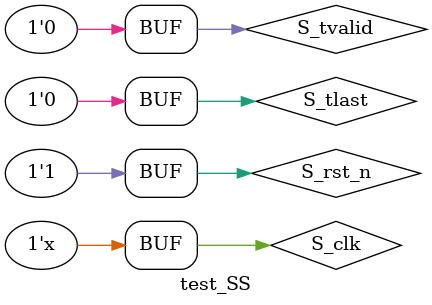
<source format=v>
module test_SS()	;

parameter integer C_DATA_WIDTH       = 512	;
parameter integer DATA_IN_WIDTH	     = 256	;
parameter integer C_SMEM_CALC_NUM    = 512	;
parameter integer C_DATA_COUNT       = 9  	;
parameter integer C_ID_WIDTH         = 10	;


reg 	S_clk								;
reg 	S_rst_n								;
reg 	S_tvalid							;
reg 	S_tlast								;
reg 	[DATA_IN_WIDTH-1:0] S_tdata_in		;

reg 	[C_SMEM_CALC_NUM-1:0] B_busy		;

wire 	S_tready 							;
wire	B_start								;
wire	[C_DATA_WIDTH-1:0]  data_out 		;	
wire	[C_DATA_COUNT-1:0] data_count 		;

reg [9:0] count;	

wire [C_DATA_WIDTH-1:0] data_out3_0;
wire start_out3_0;
wire [C_DATA_WIDTH-1:0] data_out3_1;
wire start_out3_1;
wire [C_DATA_WIDTH-1:0] data_out3_2;
wire start_out3_2;
wire [C_DATA_WIDTH-1:0] data_out3_3;
wire start_out3_3;
wire [C_DATA_WIDTH-1:0] data_out3_4;
wire start_out3_4;
wire [C_DATA_WIDTH-1:0] data_out3_5;
wire start_out3_5;
wire [C_DATA_WIDTH-1:0] data_out3_6;
wire start_out3_6;
wire [C_DATA_WIDTH-1:0] data_out3_7;
wire start_out3_7;
wire [C_DATA_WIDTH-1:0] data_out3_8;
wire start_out3_8;
wire [C_DATA_WIDTH-1:0] data_out3_9;
wire start_out3_9;
wire [C_DATA_WIDTH-1:0] data_out3_10;
wire start_out3_10;
wire [C_DATA_WIDTH-1:0] data_out3_11;
wire start_out3_11;
wire [C_DATA_WIDTH-1:0] data_out3_12;
wire start_out3_12;
wire [C_DATA_WIDTH-1:0] data_out3_13;
wire start_out3_13;
wire [C_DATA_WIDTH-1:0] data_out3_14;
wire start_out3_14;
wire [C_DATA_WIDTH-1:0] data_out3_15;
wire start_out3_15;
wire [C_DATA_WIDTH-1:0] data_out3_16;
wire start_out3_16;
wire [C_DATA_WIDTH-1:0] data_out3_17;
wire start_out3_17;
wire [C_DATA_WIDTH-1:0] data_out3_18;
wire start_out3_18;
wire [C_DATA_WIDTH-1:0] data_out3_19;
wire start_out3_19;
wire [C_DATA_WIDTH-1:0] data_out3_20;
wire start_out3_20;
wire [C_DATA_WIDTH-1:0] data_out3_21;
wire start_out3_21;
wire [C_DATA_WIDTH-1:0] data_out3_22;
wire start_out3_22;
wire [C_DATA_WIDTH-1:0] data_out3_23;
wire start_out3_23;
wire [C_DATA_WIDTH-1:0] data_out3_24;
wire start_out3_24;
wire [C_DATA_WIDTH-1:0] data_out3_25;
wire start_out3_25;
wire [C_DATA_WIDTH-1:0] data_out3_26;
wire start_out3_26;
wire [C_DATA_WIDTH-1:0] data_out3_27;
wire start_out3_27;
wire [C_DATA_WIDTH-1:0] data_out3_28;
wire start_out3_28;
wire [C_DATA_WIDTH-1:0] data_out3_29;
wire start_out3_29;
wire [C_DATA_WIDTH-1:0] data_out3_30;
wire start_out3_30;
wire [C_DATA_WIDTH-1:0] data_out3_31;
wire start_out3_31;
wire [C_DATA_WIDTH-1:0] data_out3_32;
wire start_out3_32;
wire [C_DATA_WIDTH-1:0] data_out3_33;
wire start_out3_33;
wire [C_DATA_WIDTH-1:0] data_out3_34;
wire start_out3_34;
wire [C_DATA_WIDTH-1:0] data_out3_35;
wire start_out3_35;
wire [C_DATA_WIDTH-1:0] data_out3_36;
wire start_out3_36;
wire [C_DATA_WIDTH-1:0] data_out3_37;
wire start_out3_37;
wire [C_DATA_WIDTH-1:0] data_out3_38;
wire start_out3_38;
wire [C_DATA_WIDTH-1:0] data_out3_39;
wire start_out3_39;
wire [C_DATA_WIDTH-1:0] data_out3_40;
wire start_out3_40;
wire [C_DATA_WIDTH-1:0] data_out3_41;
wire start_out3_41;
wire [C_DATA_WIDTH-1:0] data_out3_42;
wire start_out3_42;
wire [C_DATA_WIDTH-1:0] data_out3_43;
wire start_out3_43;
wire [C_DATA_WIDTH-1:0] data_out3_44;
wire start_out3_44;
wire [C_DATA_WIDTH-1:0] data_out3_45;
wire start_out3_45;
wire [C_DATA_WIDTH-1:0] data_out3_46;
wire start_out3_46;
wire [C_DATA_WIDTH-1:0] data_out3_47;
wire start_out3_47;
wire [C_DATA_WIDTH-1:0] data_out3_48;
wire start_out3_48;
wire [C_DATA_WIDTH-1:0] data_out3_49;
wire start_out3_49;
wire [C_DATA_WIDTH-1:0] data_out3_50;
wire start_out3_50;
wire [C_DATA_WIDTH-1:0] data_out3_51;
wire start_out3_51;
wire [C_DATA_WIDTH-1:0] data_out3_52;
wire start_out3_52;
wire [C_DATA_WIDTH-1:0] data_out3_53;
wire start_out3_53;
wire [C_DATA_WIDTH-1:0] data_out3_54;
wire start_out3_54;
wire [C_DATA_WIDTH-1:0] data_out3_55;
wire start_out3_55;
wire [C_DATA_WIDTH-1:0] data_out3_56;
wire start_out3_56;
wire [C_DATA_WIDTH-1:0] data_out3_57;
wire start_out3_57;
wire [C_DATA_WIDTH-1:0] data_out3_58;
wire start_out3_58;
wire [C_DATA_WIDTH-1:0] data_out3_59;
wire start_out3_59;
wire [C_DATA_WIDTH-1:0] data_out3_60;
wire start_out3_60;
wire [C_DATA_WIDTH-1:0] data_out3_61;
wire start_out3_61;
wire [C_DATA_WIDTH-1:0] data_out3_62;
wire start_out3_62;
wire [C_DATA_WIDTH-1:0] data_out3_63;
wire start_out3_63;
wire [C_DATA_WIDTH-1:0] data_out3_64;
wire start_out3_64;
wire [C_DATA_WIDTH-1:0] data_out3_65;
wire start_out3_65;
wire [C_DATA_WIDTH-1:0] data_out3_66;
wire start_out3_66;
wire [C_DATA_WIDTH-1:0] data_out3_67;
wire start_out3_67;
wire [C_DATA_WIDTH-1:0] data_out3_68;
wire start_out3_68;
wire [C_DATA_WIDTH-1:0] data_out3_69;
wire start_out3_69;
wire [C_DATA_WIDTH-1:0] data_out3_70;
wire start_out3_70;
wire [C_DATA_WIDTH-1:0] data_out3_71;
wire start_out3_71;
wire [C_DATA_WIDTH-1:0] data_out3_72;
wire start_out3_72;
wire [C_DATA_WIDTH-1:0] data_out3_73;
wire start_out3_73;
wire [C_DATA_WIDTH-1:0] data_out3_74;
wire start_out3_74;
wire [C_DATA_WIDTH-1:0] data_out3_75;
wire start_out3_75;
wire [C_DATA_WIDTH-1:0] data_out3_76;
wire start_out3_76;
wire [C_DATA_WIDTH-1:0] data_out3_77;
wire start_out3_77;
wire [C_DATA_WIDTH-1:0] data_out3_78;
wire start_out3_78;
wire [C_DATA_WIDTH-1:0] data_out3_79;
wire start_out3_79;
wire [C_DATA_WIDTH-1:0] data_out3_80;
wire start_out3_80;
wire [C_DATA_WIDTH-1:0] data_out3_81;
wire start_out3_81;
wire [C_DATA_WIDTH-1:0] data_out3_82;
wire start_out3_82;
wire [C_DATA_WIDTH-1:0] data_out3_83;
wire start_out3_83;
wire [C_DATA_WIDTH-1:0] data_out3_84;
wire start_out3_84;
wire [C_DATA_WIDTH-1:0] data_out3_85;
wire start_out3_85;
wire [C_DATA_WIDTH-1:0] data_out3_86;
wire start_out3_86;
wire [C_DATA_WIDTH-1:0] data_out3_87;
wire start_out3_87;
wire [C_DATA_WIDTH-1:0] data_out3_88;
wire start_out3_88;
wire [C_DATA_WIDTH-1:0] data_out3_89;
wire start_out3_89;
wire [C_DATA_WIDTH-1:0] data_out3_90;
wire start_out3_90;
wire [C_DATA_WIDTH-1:0] data_out3_91;
wire start_out3_91;
wire [C_DATA_WIDTH-1:0] data_out3_92;
wire start_out3_92;
wire [C_DATA_WIDTH-1:0] data_out3_93;
wire start_out3_93;
wire [C_DATA_WIDTH-1:0] data_out3_94;
wire start_out3_94;
wire [C_DATA_WIDTH-1:0] data_out3_95;
wire start_out3_95;
wire [C_DATA_WIDTH-1:0] data_out3_96;
wire start_out3_96;
wire [C_DATA_WIDTH-1:0] data_out3_97;
wire start_out3_97;
wire [C_DATA_WIDTH-1:0] data_out3_98;
wire start_out3_98;
wire [C_DATA_WIDTH-1:0] data_out3_99;
wire start_out3_99;
wire [C_DATA_WIDTH-1:0] data_out3_100;
wire start_out3_100;
wire [C_DATA_WIDTH-1:0] data_out3_101;
wire start_out3_101;
wire [C_DATA_WIDTH-1:0] data_out3_102;
wire start_out3_102;
wire [C_DATA_WIDTH-1:0] data_out3_103;
wire start_out3_103;
wire [C_DATA_WIDTH-1:0] data_out3_104;
wire start_out3_104;
wire [C_DATA_WIDTH-1:0] data_out3_105;
wire start_out3_105;
wire [C_DATA_WIDTH-1:0] data_out3_106;
wire start_out3_106;
wire [C_DATA_WIDTH-1:0] data_out3_107;
wire start_out3_107;
wire [C_DATA_WIDTH-1:0] data_out3_108;
wire start_out3_108;
wire [C_DATA_WIDTH-1:0] data_out3_109;
wire start_out3_109;
wire [C_DATA_WIDTH-1:0] data_out3_110;
wire start_out3_110;
wire [C_DATA_WIDTH-1:0] data_out3_111;
wire start_out3_111;
wire [C_DATA_WIDTH-1:0] data_out3_112;
wire start_out3_112;
wire [C_DATA_WIDTH-1:0] data_out3_113;
wire start_out3_113;
wire [C_DATA_WIDTH-1:0] data_out3_114;
wire start_out3_114;
wire [C_DATA_WIDTH-1:0] data_out3_115;
wire start_out3_115;
wire [C_DATA_WIDTH-1:0] data_out3_116;
wire start_out3_116;
wire [C_DATA_WIDTH-1:0] data_out3_117;
wire start_out3_117;
wire [C_DATA_WIDTH-1:0] data_out3_118;
wire start_out3_118;
wire [C_DATA_WIDTH-1:0] data_out3_119;
wire start_out3_119;
wire [C_DATA_WIDTH-1:0] data_out3_120;
wire start_out3_120;
wire [C_DATA_WIDTH-1:0] data_out3_121;
wire start_out3_121;
wire [C_DATA_WIDTH-1:0] data_out3_122;
wire start_out3_122;
wire [C_DATA_WIDTH-1:0] data_out3_123;
wire start_out3_123;
wire [C_DATA_WIDTH-1:0] data_out3_124;
wire start_out3_124;
wire [C_DATA_WIDTH-1:0] data_out3_125;
wire start_out3_125;
wire [C_DATA_WIDTH-1:0] data_out3_126;
wire start_out3_126;
wire [C_DATA_WIDTH-1:0] data_out3_127;
wire start_out3_127;
wire [C_DATA_WIDTH-1:0] data_out3_128;
wire start_out3_128;
wire [C_DATA_WIDTH-1:0] data_out3_129;
wire start_out3_129;
wire [C_DATA_WIDTH-1:0] data_out3_130;
wire start_out3_130;
wire [C_DATA_WIDTH-1:0] data_out3_131;
wire start_out3_131;
wire [C_DATA_WIDTH-1:0] data_out3_132;
wire start_out3_132;
wire [C_DATA_WIDTH-1:0] data_out3_133;
wire start_out3_133;
wire [C_DATA_WIDTH-1:0] data_out3_134;
wire start_out3_134;
wire [C_DATA_WIDTH-1:0] data_out3_135;
wire start_out3_135;
wire [C_DATA_WIDTH-1:0] data_out3_136;
wire start_out3_136;
wire [C_DATA_WIDTH-1:0] data_out3_137;
wire start_out3_137;
wire [C_DATA_WIDTH-1:0] data_out3_138;
wire start_out3_138;
wire [C_DATA_WIDTH-1:0] data_out3_139;
wire start_out3_139;
wire [C_DATA_WIDTH-1:0] data_out3_140;
wire start_out3_140;
wire [C_DATA_WIDTH-1:0] data_out3_141;
wire start_out3_141;
wire [C_DATA_WIDTH-1:0] data_out3_142;
wire start_out3_142;
wire [C_DATA_WIDTH-1:0] data_out3_143;
wire start_out3_143;
wire [C_DATA_WIDTH-1:0] data_out3_144;
wire start_out3_144;
wire [C_DATA_WIDTH-1:0] data_out3_145;
wire start_out3_145;
wire [C_DATA_WIDTH-1:0] data_out3_146;
wire start_out3_146;
wire [C_DATA_WIDTH-1:0] data_out3_147;
wire start_out3_147;
wire [C_DATA_WIDTH-1:0] data_out3_148;
wire start_out3_148;
wire [C_DATA_WIDTH-1:0] data_out3_149;
wire start_out3_149;
wire [C_DATA_WIDTH-1:0] data_out3_150;
wire start_out3_150;
wire [C_DATA_WIDTH-1:0] data_out3_151;
wire start_out3_151;
wire [C_DATA_WIDTH-1:0] data_out3_152;
wire start_out3_152;
wire [C_DATA_WIDTH-1:0] data_out3_153;
wire start_out3_153;
wire [C_DATA_WIDTH-1:0] data_out3_154;
wire start_out3_154;
wire [C_DATA_WIDTH-1:0] data_out3_155;
wire start_out3_155;
wire [C_DATA_WIDTH-1:0] data_out3_156;
wire start_out3_156;
wire [C_DATA_WIDTH-1:0] data_out3_157;
wire start_out3_157;
wire [C_DATA_WIDTH-1:0] data_out3_158;
wire start_out3_158;
wire [C_DATA_WIDTH-1:0] data_out3_159;
wire start_out3_159;
wire [C_DATA_WIDTH-1:0] data_out3_160;
wire start_out3_160;
wire [C_DATA_WIDTH-1:0] data_out3_161;
wire start_out3_161;
wire [C_DATA_WIDTH-1:0] data_out3_162;
wire start_out3_162;
wire [C_DATA_WIDTH-1:0] data_out3_163;
wire start_out3_163;
wire [C_DATA_WIDTH-1:0] data_out3_164;
wire start_out3_164;
wire [C_DATA_WIDTH-1:0] data_out3_165;
wire start_out3_165;
wire [C_DATA_WIDTH-1:0] data_out3_166;
wire start_out3_166;
wire [C_DATA_WIDTH-1:0] data_out3_167;
wire start_out3_167;
wire [C_DATA_WIDTH-1:0] data_out3_168;
wire start_out3_168;
wire [C_DATA_WIDTH-1:0] data_out3_169;
wire start_out3_169;
wire [C_DATA_WIDTH-1:0] data_out3_170;
wire start_out3_170;
wire [C_DATA_WIDTH-1:0] data_out3_171;
wire start_out3_171;
wire [C_DATA_WIDTH-1:0] data_out3_172;
wire start_out3_172;
wire [C_DATA_WIDTH-1:0] data_out3_173;
wire start_out3_173;
wire [C_DATA_WIDTH-1:0] data_out3_174;
wire start_out3_174;
wire [C_DATA_WIDTH-1:0] data_out3_175;
wire start_out3_175;
wire [C_DATA_WIDTH-1:0] data_out3_176;
wire start_out3_176;
wire [C_DATA_WIDTH-1:0] data_out3_177;
wire start_out3_177;
wire [C_DATA_WIDTH-1:0] data_out3_178;
wire start_out3_178;
wire [C_DATA_WIDTH-1:0] data_out3_179;
wire start_out3_179;
wire [C_DATA_WIDTH-1:0] data_out3_180;
wire start_out3_180;
wire [C_DATA_WIDTH-1:0] data_out3_181;
wire start_out3_181;
wire [C_DATA_WIDTH-1:0] data_out3_182;
wire start_out3_182;
wire [C_DATA_WIDTH-1:0] data_out3_183;
wire start_out3_183;
wire [C_DATA_WIDTH-1:0] data_out3_184;
wire start_out3_184;
wire [C_DATA_WIDTH-1:0] data_out3_185;
wire start_out3_185;
wire [C_DATA_WIDTH-1:0] data_out3_186;
wire start_out3_186;
wire [C_DATA_WIDTH-1:0] data_out3_187;
wire start_out3_187;
wire [C_DATA_WIDTH-1:0] data_out3_188;
wire start_out3_188;
wire [C_DATA_WIDTH-1:0] data_out3_189;
wire start_out3_189;
wire [C_DATA_WIDTH-1:0] data_out3_190;
wire start_out3_190;
wire [C_DATA_WIDTH-1:0] data_out3_191;
wire start_out3_191;
wire [C_DATA_WIDTH-1:0] data_out3_192;
wire start_out3_192;
wire [C_DATA_WIDTH-1:0] data_out3_193;
wire start_out3_193;
wire [C_DATA_WIDTH-1:0] data_out3_194;
wire start_out3_194;
wire [C_DATA_WIDTH-1:0] data_out3_195;
wire start_out3_195;
wire [C_DATA_WIDTH-1:0] data_out3_196;
wire start_out3_196;
wire [C_DATA_WIDTH-1:0] data_out3_197;
wire start_out3_197;
wire [C_DATA_WIDTH-1:0] data_out3_198;
wire start_out3_198;
wire [C_DATA_WIDTH-1:0] data_out3_199;
wire start_out3_199;
wire [C_DATA_WIDTH-1:0] data_out3_200;
wire start_out3_200;
wire [C_DATA_WIDTH-1:0] data_out3_201;
wire start_out3_201;
wire [C_DATA_WIDTH-1:0] data_out3_202;
wire start_out3_202;
wire [C_DATA_WIDTH-1:0] data_out3_203;
wire start_out3_203;
wire [C_DATA_WIDTH-1:0] data_out3_204;
wire start_out3_204;
wire [C_DATA_WIDTH-1:0] data_out3_205;
wire start_out3_205;
wire [C_DATA_WIDTH-1:0] data_out3_206;
wire start_out3_206;
wire [C_DATA_WIDTH-1:0] data_out3_207;
wire start_out3_207;
wire [C_DATA_WIDTH-1:0] data_out3_208;
wire start_out3_208;
wire [C_DATA_WIDTH-1:0] data_out3_209;
wire start_out3_209;
wire [C_DATA_WIDTH-1:0] data_out3_210;
wire start_out3_210;
wire [C_DATA_WIDTH-1:0] data_out3_211;
wire start_out3_211;
wire [C_DATA_WIDTH-1:0] data_out3_212;
wire start_out3_212;
wire [C_DATA_WIDTH-1:0] data_out3_213;
wire start_out3_213;
wire [C_DATA_WIDTH-1:0] data_out3_214;
wire start_out3_214;
wire [C_DATA_WIDTH-1:0] data_out3_215;
wire start_out3_215;
wire [C_DATA_WIDTH-1:0] data_out3_216;
wire start_out3_216;
wire [C_DATA_WIDTH-1:0] data_out3_217;
wire start_out3_217;
wire [C_DATA_WIDTH-1:0] data_out3_218;
wire start_out3_218;
wire [C_DATA_WIDTH-1:0] data_out3_219;
wire start_out3_219;
wire [C_DATA_WIDTH-1:0] data_out3_220;
wire start_out3_220;
wire [C_DATA_WIDTH-1:0] data_out3_221;
wire start_out3_221;
wire [C_DATA_WIDTH-1:0] data_out3_222;
wire start_out3_222;
wire [C_DATA_WIDTH-1:0] data_out3_223;
wire start_out3_223;
wire [C_DATA_WIDTH-1:0] data_out3_224;
wire start_out3_224;
wire [C_DATA_WIDTH-1:0] data_out3_225;
wire start_out3_225;
wire [C_DATA_WIDTH-1:0] data_out3_226;
wire start_out3_226;
wire [C_DATA_WIDTH-1:0] data_out3_227;
wire start_out3_227;
wire [C_DATA_WIDTH-1:0] data_out3_228;
wire start_out3_228;
wire [C_DATA_WIDTH-1:0] data_out3_229;
wire start_out3_229;
wire [C_DATA_WIDTH-1:0] data_out3_230;
wire start_out3_230;
wire [C_DATA_WIDTH-1:0] data_out3_231;
wire start_out3_231;
wire [C_DATA_WIDTH-1:0] data_out3_232;
wire start_out3_232;
wire [C_DATA_WIDTH-1:0] data_out3_233;
wire start_out3_233;
wire [C_DATA_WIDTH-1:0] data_out3_234;
wire start_out3_234;
wire [C_DATA_WIDTH-1:0] data_out3_235;
wire start_out3_235;
wire [C_DATA_WIDTH-1:0] data_out3_236;
wire start_out3_236;
wire [C_DATA_WIDTH-1:0] data_out3_237;
wire start_out3_237;
wire [C_DATA_WIDTH-1:0] data_out3_238;
wire start_out3_238;
wire [C_DATA_WIDTH-1:0] data_out3_239;
wire start_out3_239;
wire [C_DATA_WIDTH-1:0] data_out3_240;
wire start_out3_240;
wire [C_DATA_WIDTH-1:0] data_out3_241;
wire start_out3_241;
wire [C_DATA_WIDTH-1:0] data_out3_242;
wire start_out3_242;
wire [C_DATA_WIDTH-1:0] data_out3_243;
wire start_out3_243;
wire [C_DATA_WIDTH-1:0] data_out3_244;
wire start_out3_244;
wire [C_DATA_WIDTH-1:0] data_out3_245;
wire start_out3_245;
wire [C_DATA_WIDTH-1:0] data_out3_246;
wire start_out3_246;
wire [C_DATA_WIDTH-1:0] data_out3_247;
wire start_out3_247;
wire [C_DATA_WIDTH-1:0] data_out3_248;
wire start_out3_248;
wire [C_DATA_WIDTH-1:0] data_out3_249;
wire start_out3_249;
wire [C_DATA_WIDTH-1:0] data_out3_250;
wire start_out3_250;
wire [C_DATA_WIDTH-1:0] data_out3_251;
wire start_out3_251;
wire [C_DATA_WIDTH-1:0] data_out3_252;
wire start_out3_252;
wire [C_DATA_WIDTH-1:0] data_out3_253;
wire start_out3_253;
wire [C_DATA_WIDTH-1:0] data_out3_254;
wire start_out3_254;
wire [C_DATA_WIDTH-1:0] data_out3_255;
wire start_out3_255;
wire [C_DATA_WIDTH-1:0] data_out3_256;
wire start_out3_256;
wire [C_DATA_WIDTH-1:0] data_out3_257;
wire start_out3_257;
wire [C_DATA_WIDTH-1:0] data_out3_258;
wire start_out3_258;
wire [C_DATA_WIDTH-1:0] data_out3_259;
wire start_out3_259;
wire [C_DATA_WIDTH-1:0] data_out3_260;
wire start_out3_260;
wire [C_DATA_WIDTH-1:0] data_out3_261;
wire start_out3_261;
wire [C_DATA_WIDTH-1:0] data_out3_262;
wire start_out3_262;
wire [C_DATA_WIDTH-1:0] data_out3_263;
wire start_out3_263;
wire [C_DATA_WIDTH-1:0] data_out3_264;
wire start_out3_264;
wire [C_DATA_WIDTH-1:0] data_out3_265;
wire start_out3_265;
wire [C_DATA_WIDTH-1:0] data_out3_266;
wire start_out3_266;
wire [C_DATA_WIDTH-1:0] data_out3_267;
wire start_out3_267;
wire [C_DATA_WIDTH-1:0] data_out3_268;
wire start_out3_268;
wire [C_DATA_WIDTH-1:0] data_out3_269;
wire start_out3_269;
wire [C_DATA_WIDTH-1:0] data_out3_270;
wire start_out3_270;
wire [C_DATA_WIDTH-1:0] data_out3_271;
wire start_out3_271;
wire [C_DATA_WIDTH-1:0] data_out3_272;
wire start_out3_272;
wire [C_DATA_WIDTH-1:0] data_out3_273;
wire start_out3_273;
wire [C_DATA_WIDTH-1:0] data_out3_274;
wire start_out3_274;
wire [C_DATA_WIDTH-1:0] data_out3_275;
wire start_out3_275;
wire [C_DATA_WIDTH-1:0] data_out3_276;
wire start_out3_276;
wire [C_DATA_WIDTH-1:0] data_out3_277;
wire start_out3_277;
wire [C_DATA_WIDTH-1:0] data_out3_278;
wire start_out3_278;
wire [C_DATA_WIDTH-1:0] data_out3_279;
wire start_out3_279;
wire [C_DATA_WIDTH-1:0] data_out3_280;
wire start_out3_280;
wire [C_DATA_WIDTH-1:0] data_out3_281;
wire start_out3_281;
wire [C_DATA_WIDTH-1:0] data_out3_282;
wire start_out3_282;
wire [C_DATA_WIDTH-1:0] data_out3_283;
wire start_out3_283;
wire [C_DATA_WIDTH-1:0] data_out3_284;
wire start_out3_284;
wire [C_DATA_WIDTH-1:0] data_out3_285;
wire start_out3_285;
wire [C_DATA_WIDTH-1:0] data_out3_286;
wire start_out3_286;
wire [C_DATA_WIDTH-1:0] data_out3_287;
wire start_out3_287;
wire [C_DATA_WIDTH-1:0] data_out3_288;
wire start_out3_288;
wire [C_DATA_WIDTH-1:0] data_out3_289;
wire start_out3_289;
wire [C_DATA_WIDTH-1:0] data_out3_290;
wire start_out3_290;
wire [C_DATA_WIDTH-1:0] data_out3_291;
wire start_out3_291;
wire [C_DATA_WIDTH-1:0] data_out3_292;
wire start_out3_292;
wire [C_DATA_WIDTH-1:0] data_out3_293;
wire start_out3_293;
wire [C_DATA_WIDTH-1:0] data_out3_294;
wire start_out3_294;
wire [C_DATA_WIDTH-1:0] data_out3_295;
wire start_out3_295;
wire [C_DATA_WIDTH-1:0] data_out3_296;
wire start_out3_296;
wire [C_DATA_WIDTH-1:0] data_out3_297;
wire start_out3_297;
wire [C_DATA_WIDTH-1:0] data_out3_298;
wire start_out3_298;
wire [C_DATA_WIDTH-1:0] data_out3_299;
wire start_out3_299;
wire [C_DATA_WIDTH-1:0] data_out3_300;
wire start_out3_300;
wire [C_DATA_WIDTH-1:0] data_out3_301;
wire start_out3_301;
wire [C_DATA_WIDTH-1:0] data_out3_302;
wire start_out3_302;
wire [C_DATA_WIDTH-1:0] data_out3_303;
wire start_out3_303;
wire [C_DATA_WIDTH-1:0] data_out3_304;
wire start_out3_304;
wire [C_DATA_WIDTH-1:0] data_out3_305;
wire start_out3_305;
wire [C_DATA_WIDTH-1:0] data_out3_306;
wire start_out3_306;
wire [C_DATA_WIDTH-1:0] data_out3_307;
wire start_out3_307;
wire [C_DATA_WIDTH-1:0] data_out3_308;
wire start_out3_308;
wire [C_DATA_WIDTH-1:0] data_out3_309;
wire start_out3_309;
wire [C_DATA_WIDTH-1:0] data_out3_310;
wire start_out3_310;
wire [C_DATA_WIDTH-1:0] data_out3_311;
wire start_out3_311;
wire [C_DATA_WIDTH-1:0] data_out3_312;
wire start_out3_312;
wire [C_DATA_WIDTH-1:0] data_out3_313;
wire start_out3_313;
wire [C_DATA_WIDTH-1:0] data_out3_314;
wire start_out3_314;
wire [C_DATA_WIDTH-1:0] data_out3_315;
wire start_out3_315;
wire [C_DATA_WIDTH-1:0] data_out3_316;
wire start_out3_316;
wire [C_DATA_WIDTH-1:0] data_out3_317;
wire start_out3_317;
wire [C_DATA_WIDTH-1:0] data_out3_318;
wire start_out3_318;
wire [C_DATA_WIDTH-1:0] data_out3_319;
wire start_out3_319;
wire [C_DATA_WIDTH-1:0] data_out3_320;
wire start_out3_320;
wire [C_DATA_WIDTH-1:0] data_out3_321;
wire start_out3_321;
wire [C_DATA_WIDTH-1:0] data_out3_322;
wire start_out3_322;
wire [C_DATA_WIDTH-1:0] data_out3_323;
wire start_out3_323;
wire [C_DATA_WIDTH-1:0] data_out3_324;
wire start_out3_324;
wire [C_DATA_WIDTH-1:0] data_out3_325;
wire start_out3_325;
wire [C_DATA_WIDTH-1:0] data_out3_326;
wire start_out3_326;
wire [C_DATA_WIDTH-1:0] data_out3_327;
wire start_out3_327;
wire [C_DATA_WIDTH-1:0] data_out3_328;
wire start_out3_328;
wire [C_DATA_WIDTH-1:0] data_out3_329;
wire start_out3_329;
wire [C_DATA_WIDTH-1:0] data_out3_330;
wire start_out3_330;
wire [C_DATA_WIDTH-1:0] data_out3_331;
wire start_out3_331;
wire [C_DATA_WIDTH-1:0] data_out3_332;
wire start_out3_332;
wire [C_DATA_WIDTH-1:0] data_out3_333;
wire start_out3_333;
wire [C_DATA_WIDTH-1:0] data_out3_334;
wire start_out3_334;
wire [C_DATA_WIDTH-1:0] data_out3_335;
wire start_out3_335;
wire [C_DATA_WIDTH-1:0] data_out3_336;
wire start_out3_336;
wire [C_DATA_WIDTH-1:0] data_out3_337;
wire start_out3_337;
wire [C_DATA_WIDTH-1:0] data_out3_338;
wire start_out3_338;
wire [C_DATA_WIDTH-1:0] data_out3_339;
wire start_out3_339;
wire [C_DATA_WIDTH-1:0] data_out3_340;
wire start_out3_340;
wire [C_DATA_WIDTH-1:0] data_out3_341;
wire start_out3_341;
wire [C_DATA_WIDTH-1:0] data_out3_342;
wire start_out3_342;
wire [C_DATA_WIDTH-1:0] data_out3_343;
wire start_out3_343;
wire [C_DATA_WIDTH-1:0] data_out3_344;
wire start_out3_344;
wire [C_DATA_WIDTH-1:0] data_out3_345;
wire start_out3_345;
wire [C_DATA_WIDTH-1:0] data_out3_346;
wire start_out3_346;
wire [C_DATA_WIDTH-1:0] data_out3_347;
wire start_out3_347;
wire [C_DATA_WIDTH-1:0] data_out3_348;
wire start_out3_348;
wire [C_DATA_WIDTH-1:0] data_out3_349;
wire start_out3_349;
wire [C_DATA_WIDTH-1:0] data_out3_350;
wire start_out3_350;
wire [C_DATA_WIDTH-1:0] data_out3_351;
wire start_out3_351;
wire [C_DATA_WIDTH-1:0] data_out3_352;
wire start_out3_352;
wire [C_DATA_WIDTH-1:0] data_out3_353;
wire start_out3_353;
wire [C_DATA_WIDTH-1:0] data_out3_354;
wire start_out3_354;
wire [C_DATA_WIDTH-1:0] data_out3_355;
wire start_out3_355;
wire [C_DATA_WIDTH-1:0] data_out3_356;
wire start_out3_356;
wire [C_DATA_WIDTH-1:0] data_out3_357;
wire start_out3_357;
wire [C_DATA_WIDTH-1:0] data_out3_358;
wire start_out3_358;
wire [C_DATA_WIDTH-1:0] data_out3_359;
wire start_out3_359;
wire [C_DATA_WIDTH-1:0] data_out3_360;
wire start_out3_360;
wire [C_DATA_WIDTH-1:0] data_out3_361;
wire start_out3_361;
wire [C_DATA_WIDTH-1:0] data_out3_362;
wire start_out3_362;
wire [C_DATA_WIDTH-1:0] data_out3_363;
wire start_out3_363;
wire [C_DATA_WIDTH-1:0] data_out3_364;
wire start_out3_364;
wire [C_DATA_WIDTH-1:0] data_out3_365;
wire start_out3_365;
wire [C_DATA_WIDTH-1:0] data_out3_366;
wire start_out3_366;
wire [C_DATA_WIDTH-1:0] data_out3_367;
wire start_out3_367;
wire [C_DATA_WIDTH-1:0] data_out3_368;
wire start_out3_368;
wire [C_DATA_WIDTH-1:0] data_out3_369;
wire start_out3_369;
wire [C_DATA_WIDTH-1:0] data_out3_370;
wire start_out3_370;
wire [C_DATA_WIDTH-1:0] data_out3_371;
wire start_out3_371;
wire [C_DATA_WIDTH-1:0] data_out3_372;
wire start_out3_372;
wire [C_DATA_WIDTH-1:0] data_out3_373;
wire start_out3_373;
wire [C_DATA_WIDTH-1:0] data_out3_374;
wire start_out3_374;
wire [C_DATA_WIDTH-1:0] data_out3_375;
wire start_out3_375;
wire [C_DATA_WIDTH-1:0] data_out3_376;
wire start_out3_376;
wire [C_DATA_WIDTH-1:0] data_out3_377;
wire start_out3_377;
wire [C_DATA_WIDTH-1:0] data_out3_378;
wire start_out3_378;
wire [C_DATA_WIDTH-1:0] data_out3_379;
wire start_out3_379;
wire [C_DATA_WIDTH-1:0] data_out3_380;
wire start_out3_380;
wire [C_DATA_WIDTH-1:0] data_out3_381;
wire start_out3_381;
wire [C_DATA_WIDTH-1:0] data_out3_382;
wire start_out3_382;
wire [C_DATA_WIDTH-1:0] data_out3_383;
wire start_out3_383;
wire [C_DATA_WIDTH-1:0] data_out3_384;
wire start_out3_384;
wire [C_DATA_WIDTH-1:0] data_out3_385;
wire start_out3_385;
wire [C_DATA_WIDTH-1:0] data_out3_386;
wire start_out3_386;
wire [C_DATA_WIDTH-1:0] data_out3_387;
wire start_out3_387;
wire [C_DATA_WIDTH-1:0] data_out3_388;
wire start_out3_388;
wire [C_DATA_WIDTH-1:0] data_out3_389;
wire start_out3_389;
wire [C_DATA_WIDTH-1:0] data_out3_390;
wire start_out3_390;
wire [C_DATA_WIDTH-1:0] data_out3_391;
wire start_out3_391;
wire [C_DATA_WIDTH-1:0] data_out3_392;
wire start_out3_392;
wire [C_DATA_WIDTH-1:0] data_out3_393;
wire start_out3_393;
wire [C_DATA_WIDTH-1:0] data_out3_394;
wire start_out3_394;
wire [C_DATA_WIDTH-1:0] data_out3_395;
wire start_out3_395;
wire [C_DATA_WIDTH-1:0] data_out3_396;
wire start_out3_396;
wire [C_DATA_WIDTH-1:0] data_out3_397;
wire start_out3_397;
wire [C_DATA_WIDTH-1:0] data_out3_398;
wire start_out3_398;
wire [C_DATA_WIDTH-1:0] data_out3_399;
wire start_out3_399;
wire [C_DATA_WIDTH-1:0] data_out3_400;
wire start_out3_400;
wire [C_DATA_WIDTH-1:0] data_out3_401;
wire start_out3_401;
wire [C_DATA_WIDTH-1:0] data_out3_402;
wire start_out3_402;
wire [C_DATA_WIDTH-1:0] data_out3_403;
wire start_out3_403;
wire [C_DATA_WIDTH-1:0] data_out3_404;
wire start_out3_404;
wire [C_DATA_WIDTH-1:0] data_out3_405;
wire start_out3_405;
wire [C_DATA_WIDTH-1:0] data_out3_406;
wire start_out3_406;
wire [C_DATA_WIDTH-1:0] data_out3_407;
wire start_out3_407;
wire [C_DATA_WIDTH-1:0] data_out3_408;
wire start_out3_408;
wire [C_DATA_WIDTH-1:0] data_out3_409;
wire start_out3_409;
wire [C_DATA_WIDTH-1:0] data_out3_410;
wire start_out3_410;
wire [C_DATA_WIDTH-1:0] data_out3_411;
wire start_out3_411;
wire [C_DATA_WIDTH-1:0] data_out3_412;
wire start_out3_412;
wire [C_DATA_WIDTH-1:0] data_out3_413;
wire start_out3_413;
wire [C_DATA_WIDTH-1:0] data_out3_414;
wire start_out3_414;
wire [C_DATA_WIDTH-1:0] data_out3_415;
wire start_out3_415;
wire [C_DATA_WIDTH-1:0] data_out3_416;
wire start_out3_416;
wire [C_DATA_WIDTH-1:0] data_out3_417;
wire start_out3_417;
wire [C_DATA_WIDTH-1:0] data_out3_418;
wire start_out3_418;
wire [C_DATA_WIDTH-1:0] data_out3_419;
wire start_out3_419;
wire [C_DATA_WIDTH-1:0] data_out3_420;
wire start_out3_420;
wire [C_DATA_WIDTH-1:0] data_out3_421;
wire start_out3_421;
wire [C_DATA_WIDTH-1:0] data_out3_422;
wire start_out3_422;
wire [C_DATA_WIDTH-1:0] data_out3_423;
wire start_out3_423;
wire [C_DATA_WIDTH-1:0] data_out3_424;
wire start_out3_424;
wire [C_DATA_WIDTH-1:0] data_out3_425;
wire start_out3_425;
wire [C_DATA_WIDTH-1:0] data_out3_426;
wire start_out3_426;
wire [C_DATA_WIDTH-1:0] data_out3_427;
wire start_out3_427;
wire [C_DATA_WIDTH-1:0] data_out3_428;
wire start_out3_428;
wire [C_DATA_WIDTH-1:0] data_out3_429;
wire start_out3_429;
wire [C_DATA_WIDTH-1:0] data_out3_430;
wire start_out3_430;
wire [C_DATA_WIDTH-1:0] data_out3_431;
wire start_out3_431;
wire [C_DATA_WIDTH-1:0] data_out3_432;
wire start_out3_432;
wire [C_DATA_WIDTH-1:0] data_out3_433;
wire start_out3_433;
wire [C_DATA_WIDTH-1:0] data_out3_434;
wire start_out3_434;
wire [C_DATA_WIDTH-1:0] data_out3_435;
wire start_out3_435;
wire [C_DATA_WIDTH-1:0] data_out3_436;
wire start_out3_436;
wire [C_DATA_WIDTH-1:0] data_out3_437;
wire start_out3_437;
wire [C_DATA_WIDTH-1:0] data_out3_438;
wire start_out3_438;
wire [C_DATA_WIDTH-1:0] data_out3_439;
wire start_out3_439;
wire [C_DATA_WIDTH-1:0] data_out3_440;
wire start_out3_440;
wire [C_DATA_WIDTH-1:0] data_out3_441;
wire start_out3_441;
wire [C_DATA_WIDTH-1:0] data_out3_442;
wire start_out3_442;
wire [C_DATA_WIDTH-1:0] data_out3_443;
wire start_out3_443;
wire [C_DATA_WIDTH-1:0] data_out3_444;
wire start_out3_444;
wire [C_DATA_WIDTH-1:0] data_out3_445;
wire start_out3_445;
wire [C_DATA_WIDTH-1:0] data_out3_446;
wire start_out3_446;
wire [C_DATA_WIDTH-1:0] data_out3_447;
wire start_out3_447;
wire [C_DATA_WIDTH-1:0] data_out3_448;
wire start_out3_448;
wire [C_DATA_WIDTH-1:0] data_out3_449;
wire start_out3_449;
wire [C_DATA_WIDTH-1:0] data_out3_450;
wire start_out3_450;
wire [C_DATA_WIDTH-1:0] data_out3_451;
wire start_out3_451;
wire [C_DATA_WIDTH-1:0] data_out3_452;
wire start_out3_452;
wire [C_DATA_WIDTH-1:0] data_out3_453;
wire start_out3_453;
wire [C_DATA_WIDTH-1:0] data_out3_454;
wire start_out3_454;
wire [C_DATA_WIDTH-1:0] data_out3_455;
wire start_out3_455;
wire [C_DATA_WIDTH-1:0] data_out3_456;
wire start_out3_456;
wire [C_DATA_WIDTH-1:0] data_out3_457;
wire start_out3_457;
wire [C_DATA_WIDTH-1:0] data_out3_458;
wire start_out3_458;
wire [C_DATA_WIDTH-1:0] data_out3_459;
wire start_out3_459;
wire [C_DATA_WIDTH-1:0] data_out3_460;
wire start_out3_460;
wire [C_DATA_WIDTH-1:0] data_out3_461;
wire start_out3_461;
wire [C_DATA_WIDTH-1:0] data_out3_462;
wire start_out3_462;
wire [C_DATA_WIDTH-1:0] data_out3_463;
wire start_out3_463;
wire [C_DATA_WIDTH-1:0] data_out3_464;
wire start_out3_464;
wire [C_DATA_WIDTH-1:0] data_out3_465;
wire start_out3_465;
wire [C_DATA_WIDTH-1:0] data_out3_466;
wire start_out3_466;
wire [C_DATA_WIDTH-1:0] data_out3_467;
wire start_out3_467;
wire [C_DATA_WIDTH-1:0] data_out3_468;
wire start_out3_468;
wire [C_DATA_WIDTH-1:0] data_out3_469;
wire start_out3_469;
wire [C_DATA_WIDTH-1:0] data_out3_470;
wire start_out3_470;
wire [C_DATA_WIDTH-1:0] data_out3_471;
wire start_out3_471;
wire [C_DATA_WIDTH-1:0] data_out3_472;
wire start_out3_472;
wire [C_DATA_WIDTH-1:0] data_out3_473;
wire start_out3_473;
wire [C_DATA_WIDTH-1:0] data_out3_474;
wire start_out3_474;
wire [C_DATA_WIDTH-1:0] data_out3_475;
wire start_out3_475;
wire [C_DATA_WIDTH-1:0] data_out3_476;
wire start_out3_476;
wire [C_DATA_WIDTH-1:0] data_out3_477;
wire start_out3_477;
wire [C_DATA_WIDTH-1:0] data_out3_478;
wire start_out3_478;
wire [C_DATA_WIDTH-1:0] data_out3_479;
wire start_out3_479;
wire [C_DATA_WIDTH-1:0] data_out3_480;
wire start_out3_480;
wire [C_DATA_WIDTH-1:0] data_out3_481;
wire start_out3_481;
wire [C_DATA_WIDTH-1:0] data_out3_482;
wire start_out3_482;
wire [C_DATA_WIDTH-1:0] data_out3_483;
wire start_out3_483;
wire [C_DATA_WIDTH-1:0] data_out3_484;
wire start_out3_484;
wire [C_DATA_WIDTH-1:0] data_out3_485;
wire start_out3_485;
wire [C_DATA_WIDTH-1:0] data_out3_486;
wire start_out3_486;
wire [C_DATA_WIDTH-1:0] data_out3_487;
wire start_out3_487;
wire [C_DATA_WIDTH-1:0] data_out3_488;
wire start_out3_488;
wire [C_DATA_WIDTH-1:0] data_out3_489;
wire start_out3_489;
wire [C_DATA_WIDTH-1:0] data_out3_490;
wire start_out3_490;
wire [C_DATA_WIDTH-1:0] data_out3_491;
wire start_out3_491;
wire [C_DATA_WIDTH-1:0] data_out3_492;
wire start_out3_492;
wire [C_DATA_WIDTH-1:0] data_out3_493;
wire start_out3_493;
wire [C_DATA_WIDTH-1:0] data_out3_494;
wire start_out3_494;
wire [C_DATA_WIDTH-1:0] data_out3_495;
wire start_out3_495;
wire [C_DATA_WIDTH-1:0] data_out3_496;
wire start_out3_496;
wire [C_DATA_WIDTH-1:0] data_out3_497;
wire start_out3_497;
wire [C_DATA_WIDTH-1:0] data_out3_498;
wire start_out3_498;
wire [C_DATA_WIDTH-1:0] data_out3_499;
wire start_out3_499;
wire [C_DATA_WIDTH-1:0] data_out3_500;
wire start_out3_500;
wire [C_DATA_WIDTH-1:0] data_out3_501;
wire start_out3_501;
wire [C_DATA_WIDTH-1:0] data_out3_502;
wire start_out3_502;
wire [C_DATA_WIDTH-1:0] data_out3_503;
wire start_out3_503;
wire [C_DATA_WIDTH-1:0] data_out3_504;
wire start_out3_504;
wire [C_DATA_WIDTH-1:0] data_out3_505;
wire start_out3_505;
wire [C_DATA_WIDTH-1:0] data_out3_506;
wire start_out3_506;
wire [C_DATA_WIDTH-1:0] data_out3_507;
wire start_out3_507;
wire [C_DATA_WIDTH-1:0] data_out3_508;
wire start_out3_508;
wire [C_DATA_WIDTH-1:0] data_out3_509;
wire start_out3_509;
wire [C_DATA_WIDTH-1:0] data_out3_510;
wire start_out3_510;
wire [C_DATA_WIDTH-1:0] data_out3_511;
wire start_out3_511;

initial begin
	S_clk <= 1'b0;
	S_rst_n <= 1'b0;
	S_tlast <= 1'b0;

	#25 
	S_rst_n <= 1'b1;
	S_tvalid <= 1'b1;

	#200
	S_tvalid <= 1'b0;


end

always begin
	#5 S_clk = ~S_clk;
end

always @(posedge S_clk or negedge S_rst_n) begin
	if (!S_rst_n) begin
		count <= 0;
		
	end
	else if (count == 20) begin
		count <= 10'b0;
	end
	else
	    count <= count + 1'b1;
end

always @(posedge S_clk or negedge S_rst_n) begin
	if (!S_rst_n) begin
		B_busy <= 512'b1;		
	end	
	else if (count == 20) begin
		B_busy = B_busy << 1;
	end
	else
	    B_busy <= B_busy;
end

always @(posedge S_clk or  negedge S_rst_n) begin
	if (!S_rst_n) begin
		// reset
		S_tdata_in <= 256'd0;		
	end
	else if (S_tdata_in == 256'd 1024) begin
		S_tdata_in <= 256'd0;
	end
	else begin
		S_tdata_in <= S_tdata_in + 1'b1;
	end
end


save_send save_send_0(

.S_clk     (S_clk)        ,
.S_rst_n   (S_rst_n)      ,
.S_tvalid  (S_tvalid)     ,
.S_tready  (S_tready)     ,
.S_tlast   (S_tlast)      ,
.B_busy    (B_busy)       , 
.data_count(data_count)   ,
.S_tdata    (S_tdata_in)  ,

.data_out3_0(data_out3_0),
.start_out3_0(start_out3_0),
.data_out3_1(data_out3_1),
.start_out3_1(start_out3_1),
.data_out3_2(data_out3_2),
.start_out3_2(start_out3_2),
.data_out3_3(data_out3_3),
.start_out3_3(start_out3_3),
.data_out3_4(data_out3_4),
.start_out3_4(start_out3_4),
.data_out3_5(data_out3_5),
.start_out3_5(start_out3_5),
.data_out3_6(data_out3_6),
.start_out3_6(start_out3_6),
.data_out3_7(data_out3_7),
.start_out3_7(start_out3_7),
.data_out3_8(data_out3_8),
.start_out3_8(start_out3_8),
.data_out3_9(data_out3_9),
.start_out3_9(start_out3_9),
.data_out3_10(data_out3_10),
.start_out3_10(start_out3_10),
.data_out3_11(data_out3_11),
.start_out3_11(start_out3_11),
.data_out3_12(data_out3_12),
.start_out3_12(start_out3_12),
.data_out3_13(data_out3_13),
.start_out3_13(start_out3_13),
.data_out3_14(data_out3_14),
.start_out3_14(start_out3_14),
.data_out3_15(data_out3_15),
.start_out3_15(start_out3_15),
.data_out3_16(data_out3_16),
.start_out3_16(start_out3_16),
.data_out3_17(data_out3_17),
.start_out3_17(start_out3_17),
.data_out3_18(data_out3_18),
.start_out3_18(start_out3_18),
.data_out3_19(data_out3_19),
.start_out3_19(start_out3_19),
.data_out3_20(data_out3_20),
.start_out3_20(start_out3_20),
.data_out3_21(data_out3_21),
.start_out3_21(start_out3_21),
.data_out3_22(data_out3_22),
.start_out3_22(start_out3_22),
.data_out3_23(data_out3_23),
.start_out3_23(start_out3_23),
.data_out3_24(data_out3_24),
.start_out3_24(start_out3_24),
.data_out3_25(data_out3_25),
.start_out3_25(start_out3_25),
.data_out3_26(data_out3_26),
.start_out3_26(start_out3_26),
.data_out3_27(data_out3_27),
.start_out3_27(start_out3_27),
.data_out3_28(data_out3_28),
.start_out3_28(start_out3_28),
.data_out3_29(data_out3_29),
.start_out3_29(start_out3_29),
.data_out3_30(data_out3_30),
.start_out3_30(start_out3_30),
.data_out3_31(data_out3_31),
.start_out3_31(start_out3_31),
.data_out3_32(data_out3_32),
.start_out3_32(start_out3_32),
.data_out3_33(data_out3_33),
.start_out3_33(start_out3_33),
.data_out3_34(data_out3_34),
.start_out3_34(start_out3_34),
.data_out3_35(data_out3_35),
.start_out3_35(start_out3_35),
.data_out3_36(data_out3_36),
.start_out3_36(start_out3_36),
.data_out3_37(data_out3_37),
.start_out3_37(start_out3_37),
.data_out3_38(data_out3_38),
.start_out3_38(start_out3_38),
.data_out3_39(data_out3_39),
.start_out3_39(start_out3_39),
.data_out3_40(data_out3_40),
.start_out3_40(start_out3_40),
.data_out3_41(data_out3_41),
.start_out3_41(start_out3_41),
.data_out3_42(data_out3_42),
.start_out3_42(start_out3_42),
.data_out3_43(data_out3_43),
.start_out3_43(start_out3_43),
.data_out3_44(data_out3_44),
.start_out3_44(start_out3_44),
.data_out3_45(data_out3_45),
.start_out3_45(start_out3_45),
.data_out3_46(data_out3_46),
.start_out3_46(start_out3_46),
.data_out3_47(data_out3_47),
.start_out3_47(start_out3_47),
.data_out3_48(data_out3_48),
.start_out3_48(start_out3_48),
.data_out3_49(data_out3_49),
.start_out3_49(start_out3_49),
.data_out3_50(data_out3_50),
.start_out3_50(start_out3_50),
.data_out3_51(data_out3_51),
.start_out3_51(start_out3_51),
.data_out3_52(data_out3_52),
.start_out3_52(start_out3_52),
.data_out3_53(data_out3_53),
.start_out3_53(start_out3_53),
.data_out3_54(data_out3_54),
.start_out3_54(start_out3_54),
.data_out3_55(data_out3_55),
.start_out3_55(start_out3_55),
.data_out3_56(data_out3_56),
.start_out3_56(start_out3_56),
.data_out3_57(data_out3_57),
.start_out3_57(start_out3_57),
.data_out3_58(data_out3_58),
.start_out3_58(start_out3_58),
.data_out3_59(data_out3_59),
.start_out3_59(start_out3_59),
.data_out3_60(data_out3_60),
.start_out3_60(start_out3_60),
.data_out3_61(data_out3_61),
.start_out3_61(start_out3_61),
.data_out3_62(data_out3_62),
.start_out3_62(start_out3_62),
.data_out3_63(data_out3_63),
.start_out3_63(start_out3_63),
.data_out3_64(data_out3_64),
.start_out3_64(start_out3_64),
.data_out3_65(data_out3_65),
.start_out3_65(start_out3_65),
.data_out3_66(data_out3_66),
.start_out3_66(start_out3_66),
.data_out3_67(data_out3_67),
.start_out3_67(start_out3_67),
.data_out3_68(data_out3_68),
.start_out3_68(start_out3_68),
.data_out3_69(data_out3_69),
.start_out3_69(start_out3_69),
.data_out3_70(data_out3_70),
.start_out3_70(start_out3_70),
.data_out3_71(data_out3_71),
.start_out3_71(start_out3_71),
.data_out3_72(data_out3_72),
.start_out3_72(start_out3_72),
.data_out3_73(data_out3_73),
.start_out3_73(start_out3_73),
.data_out3_74(data_out3_74),
.start_out3_74(start_out3_74),
.data_out3_75(data_out3_75),
.start_out3_75(start_out3_75),
.data_out3_76(data_out3_76),
.start_out3_76(start_out3_76),
.data_out3_77(data_out3_77),
.start_out3_77(start_out3_77),
.data_out3_78(data_out3_78),
.start_out3_78(start_out3_78),
.data_out3_79(data_out3_79),
.start_out3_79(start_out3_79),
.data_out3_80(data_out3_80),
.start_out3_80(start_out3_80),
.data_out3_81(data_out3_81),
.start_out3_81(start_out3_81),
.data_out3_82(data_out3_82),
.start_out3_82(start_out3_82),
.data_out3_83(data_out3_83),
.start_out3_83(start_out3_83),
.data_out3_84(data_out3_84),
.start_out3_84(start_out3_84),
.data_out3_85(data_out3_85),
.start_out3_85(start_out3_85),
.data_out3_86(data_out3_86),
.start_out3_86(start_out3_86),
.data_out3_87(data_out3_87),
.start_out3_87(start_out3_87),
.data_out3_88(data_out3_88),
.start_out3_88(start_out3_88),
.data_out3_89(data_out3_89),
.start_out3_89(start_out3_89),
.data_out3_90(data_out3_90),
.start_out3_90(start_out3_90),
.data_out3_91(data_out3_91),
.start_out3_91(start_out3_91),
.data_out3_92(data_out3_92),
.start_out3_92(start_out3_92),
.data_out3_93(data_out3_93),
.start_out3_93(start_out3_93),
.data_out3_94(data_out3_94),
.start_out3_94(start_out3_94),
.data_out3_95(data_out3_95),
.start_out3_95(start_out3_95),
.data_out3_96(data_out3_96),
.start_out3_96(start_out3_96),
.data_out3_97(data_out3_97),
.start_out3_97(start_out3_97),
.data_out3_98(data_out3_98),
.start_out3_98(start_out3_98),
.data_out3_99(data_out3_99),
.start_out3_99(start_out3_99),
.data_out3_100(data_out3_100),
.start_out3_100(start_out3_100),
.data_out3_101(data_out3_101),
.start_out3_101(start_out3_101),
.data_out3_102(data_out3_102),
.start_out3_102(start_out3_102),
.data_out3_103(data_out3_103),
.start_out3_103(start_out3_103),
.data_out3_104(data_out3_104),
.start_out3_104(start_out3_104),
.data_out3_105(data_out3_105),
.start_out3_105(start_out3_105),
.data_out3_106(data_out3_106),
.start_out3_106(start_out3_106),
.data_out3_107(data_out3_107),
.start_out3_107(start_out3_107),
.data_out3_108(data_out3_108),
.start_out3_108(start_out3_108),
.data_out3_109(data_out3_109),
.start_out3_109(start_out3_109),
.data_out3_110(data_out3_110),
.start_out3_110(start_out3_110),
.data_out3_111(data_out3_111),
.start_out3_111(start_out3_111),
.data_out3_112(data_out3_112),
.start_out3_112(start_out3_112),
.data_out3_113(data_out3_113),
.start_out3_113(start_out3_113),
.data_out3_114(data_out3_114),
.start_out3_114(start_out3_114),
.data_out3_115(data_out3_115),
.start_out3_115(start_out3_115),
.data_out3_116(data_out3_116),
.start_out3_116(start_out3_116),
.data_out3_117(data_out3_117),
.start_out3_117(start_out3_117),
.data_out3_118(data_out3_118),
.start_out3_118(start_out3_118),
.data_out3_119(data_out3_119),
.start_out3_119(start_out3_119),
.data_out3_120(data_out3_120),
.start_out3_120(start_out3_120),
.data_out3_121(data_out3_121),
.start_out3_121(start_out3_121),
.data_out3_122(data_out3_122),
.start_out3_122(start_out3_122),
.data_out3_123(data_out3_123),
.start_out3_123(start_out3_123),
.data_out3_124(data_out3_124),
.start_out3_124(start_out3_124),
.data_out3_125(data_out3_125),
.start_out3_125(start_out3_125),
.data_out3_126(data_out3_126),
.start_out3_126(start_out3_126),
.data_out3_127(data_out3_127),
.start_out3_127(start_out3_127),
.data_out3_128(data_out3_128),
.start_out3_128(start_out3_128),
.data_out3_129(data_out3_129),
.start_out3_129(start_out3_129),
.data_out3_130(data_out3_130),
.start_out3_130(start_out3_130),
.data_out3_131(data_out3_131),
.start_out3_131(start_out3_131),
.data_out3_132(data_out3_132),
.start_out3_132(start_out3_132),
.data_out3_133(data_out3_133),
.start_out3_133(start_out3_133),
.data_out3_134(data_out3_134),
.start_out3_134(start_out3_134),
.data_out3_135(data_out3_135),
.start_out3_135(start_out3_135),
.data_out3_136(data_out3_136),
.start_out3_136(start_out3_136),
.data_out3_137(data_out3_137),
.start_out3_137(start_out3_137),
.data_out3_138(data_out3_138),
.start_out3_138(start_out3_138),
.data_out3_139(data_out3_139),
.start_out3_139(start_out3_139),
.data_out3_140(data_out3_140),
.start_out3_140(start_out3_140),
.data_out3_141(data_out3_141),
.start_out3_141(start_out3_141),
.data_out3_142(data_out3_142),
.start_out3_142(start_out3_142),
.data_out3_143(data_out3_143),
.start_out3_143(start_out3_143),
.data_out3_144(data_out3_144),
.start_out3_144(start_out3_144),
.data_out3_145(data_out3_145),
.start_out3_145(start_out3_145),
.data_out3_146(data_out3_146),
.start_out3_146(start_out3_146),
.data_out3_147(data_out3_147),
.start_out3_147(start_out3_147),
.data_out3_148(data_out3_148),
.start_out3_148(start_out3_148),
.data_out3_149(data_out3_149),
.start_out3_149(start_out3_149),
.data_out3_150(data_out3_150),
.start_out3_150(start_out3_150),
.data_out3_151(data_out3_151),
.start_out3_151(start_out3_151),
.data_out3_152(data_out3_152),
.start_out3_152(start_out3_152),
.data_out3_153(data_out3_153),
.start_out3_153(start_out3_153),
.data_out3_154(data_out3_154),
.start_out3_154(start_out3_154),
.data_out3_155(data_out3_155),
.start_out3_155(start_out3_155),
.data_out3_156(data_out3_156),
.start_out3_156(start_out3_156),
.data_out3_157(data_out3_157),
.start_out3_157(start_out3_157),
.data_out3_158(data_out3_158),
.start_out3_158(start_out3_158),
.data_out3_159(data_out3_159),
.start_out3_159(start_out3_159),
.data_out3_160(data_out3_160),
.start_out3_160(start_out3_160),
.data_out3_161(data_out3_161),
.start_out3_161(start_out3_161),
.data_out3_162(data_out3_162),
.start_out3_162(start_out3_162),
.data_out3_163(data_out3_163),
.start_out3_163(start_out3_163),
.data_out3_164(data_out3_164),
.start_out3_164(start_out3_164),
.data_out3_165(data_out3_165),
.start_out3_165(start_out3_165),
.data_out3_166(data_out3_166),
.start_out3_166(start_out3_166),
.data_out3_167(data_out3_167),
.start_out3_167(start_out3_167),
.data_out3_168(data_out3_168),
.start_out3_168(start_out3_168),
.data_out3_169(data_out3_169),
.start_out3_169(start_out3_169),
.data_out3_170(data_out3_170),
.start_out3_170(start_out3_170),
.data_out3_171(data_out3_171),
.start_out3_171(start_out3_171),
.data_out3_172(data_out3_172),
.start_out3_172(start_out3_172),
.data_out3_173(data_out3_173),
.start_out3_173(start_out3_173),
.data_out3_174(data_out3_174),
.start_out3_174(start_out3_174),
.data_out3_175(data_out3_175),
.start_out3_175(start_out3_175),
.data_out3_176(data_out3_176),
.start_out3_176(start_out3_176),
.data_out3_177(data_out3_177),
.start_out3_177(start_out3_177),
.data_out3_178(data_out3_178),
.start_out3_178(start_out3_178),
.data_out3_179(data_out3_179),
.start_out3_179(start_out3_179),
.data_out3_180(data_out3_180),
.start_out3_180(start_out3_180),
.data_out3_181(data_out3_181),
.start_out3_181(start_out3_181),
.data_out3_182(data_out3_182),
.start_out3_182(start_out3_182),
.data_out3_183(data_out3_183),
.start_out3_183(start_out3_183),
.data_out3_184(data_out3_184),
.start_out3_184(start_out3_184),
.data_out3_185(data_out3_185),
.start_out3_185(start_out3_185),
.data_out3_186(data_out3_186),
.start_out3_186(start_out3_186),
.data_out3_187(data_out3_187),
.start_out3_187(start_out3_187),
.data_out3_188(data_out3_188),
.start_out3_188(start_out3_188),
.data_out3_189(data_out3_189),
.start_out3_189(start_out3_189),
.data_out3_190(data_out3_190),
.start_out3_190(start_out3_190),
.data_out3_191(data_out3_191),
.start_out3_191(start_out3_191),
.data_out3_192(data_out3_192),
.start_out3_192(start_out3_192),
.data_out3_193(data_out3_193),
.start_out3_193(start_out3_193),
.data_out3_194(data_out3_194),
.start_out3_194(start_out3_194),
.data_out3_195(data_out3_195),
.start_out3_195(start_out3_195),
.data_out3_196(data_out3_196),
.start_out3_196(start_out3_196),
.data_out3_197(data_out3_197),
.start_out3_197(start_out3_197),
.data_out3_198(data_out3_198),
.start_out3_198(start_out3_198),
.data_out3_199(data_out3_199),
.start_out3_199(start_out3_199),
.data_out3_200(data_out3_200),
.start_out3_200(start_out3_200),
.data_out3_201(data_out3_201),
.start_out3_201(start_out3_201),
.data_out3_202(data_out3_202),
.start_out3_202(start_out3_202),
.data_out3_203(data_out3_203),
.start_out3_203(start_out3_203),
.data_out3_204(data_out3_204),
.start_out3_204(start_out3_204),
.data_out3_205(data_out3_205),
.start_out3_205(start_out3_205),
.data_out3_206(data_out3_206),
.start_out3_206(start_out3_206),
.data_out3_207(data_out3_207),
.start_out3_207(start_out3_207),
.data_out3_208(data_out3_208),
.start_out3_208(start_out3_208),
.data_out3_209(data_out3_209),
.start_out3_209(start_out3_209),
.data_out3_210(data_out3_210),
.start_out3_210(start_out3_210),
.data_out3_211(data_out3_211),
.start_out3_211(start_out3_211),
.data_out3_212(data_out3_212),
.start_out3_212(start_out3_212),
.data_out3_213(data_out3_213),
.start_out3_213(start_out3_213),
.data_out3_214(data_out3_214),
.start_out3_214(start_out3_214),
.data_out3_215(data_out3_215),
.start_out3_215(start_out3_215),
.data_out3_216(data_out3_216),
.start_out3_216(start_out3_216),
.data_out3_217(data_out3_217),
.start_out3_217(start_out3_217),
.data_out3_218(data_out3_218),
.start_out3_218(start_out3_218),
.data_out3_219(data_out3_219),
.start_out3_219(start_out3_219),
.data_out3_220(data_out3_220),
.start_out3_220(start_out3_220),
.data_out3_221(data_out3_221),
.start_out3_221(start_out3_221),
.data_out3_222(data_out3_222),
.start_out3_222(start_out3_222),
.data_out3_223(data_out3_223),
.start_out3_223(start_out3_223),
.data_out3_224(data_out3_224),
.start_out3_224(start_out3_224),
.data_out3_225(data_out3_225),
.start_out3_225(start_out3_225),
.data_out3_226(data_out3_226),
.start_out3_226(start_out3_226),
.data_out3_227(data_out3_227),
.start_out3_227(start_out3_227),
.data_out3_228(data_out3_228),
.start_out3_228(start_out3_228),
.data_out3_229(data_out3_229),
.start_out3_229(start_out3_229),
.data_out3_230(data_out3_230),
.start_out3_230(start_out3_230),
.data_out3_231(data_out3_231),
.start_out3_231(start_out3_231),
.data_out3_232(data_out3_232),
.start_out3_232(start_out3_232),
.data_out3_233(data_out3_233),
.start_out3_233(start_out3_233),
.data_out3_234(data_out3_234),
.start_out3_234(start_out3_234),
.data_out3_235(data_out3_235),
.start_out3_235(start_out3_235),
.data_out3_236(data_out3_236),
.start_out3_236(start_out3_236),
.data_out3_237(data_out3_237),
.start_out3_237(start_out3_237),
.data_out3_238(data_out3_238),
.start_out3_238(start_out3_238),
.data_out3_239(data_out3_239),
.start_out3_239(start_out3_239),
.data_out3_240(data_out3_240),
.start_out3_240(start_out3_240),
.data_out3_241(data_out3_241),
.start_out3_241(start_out3_241),
.data_out3_242(data_out3_242),
.start_out3_242(start_out3_242),
.data_out3_243(data_out3_243),
.start_out3_243(start_out3_243),
.data_out3_244(data_out3_244),
.start_out3_244(start_out3_244),
.data_out3_245(data_out3_245),
.start_out3_245(start_out3_245),
.data_out3_246(data_out3_246),
.start_out3_246(start_out3_246),
.data_out3_247(data_out3_247),
.start_out3_247(start_out3_247),
.data_out3_248(data_out3_248),
.start_out3_248(start_out3_248),
.data_out3_249(data_out3_249),
.start_out3_249(start_out3_249),
.data_out3_250(data_out3_250),
.start_out3_250(start_out3_250),
.data_out3_251(data_out3_251),
.start_out3_251(start_out3_251),
.data_out3_252(data_out3_252),
.start_out3_252(start_out3_252),
.data_out3_253(data_out3_253),
.start_out3_253(start_out3_253),
.data_out3_254(data_out3_254),
.start_out3_254(start_out3_254),
.data_out3_255(data_out3_255),
.start_out3_255(start_out3_255),
.data_out3_256(data_out3_256),
.start_out3_256(start_out3_256),
.data_out3_257(data_out3_257),
.start_out3_257(start_out3_257),
.data_out3_258(data_out3_258),
.start_out3_258(start_out3_258),
.data_out3_259(data_out3_259),
.start_out3_259(start_out3_259),
.data_out3_260(data_out3_260),
.start_out3_260(start_out3_260),
.data_out3_261(data_out3_261),
.start_out3_261(start_out3_261),
.data_out3_262(data_out3_262),
.start_out3_262(start_out3_262),
.data_out3_263(data_out3_263),
.start_out3_263(start_out3_263),
.data_out3_264(data_out3_264),
.start_out3_264(start_out3_264),
.data_out3_265(data_out3_265),
.start_out3_265(start_out3_265),
.data_out3_266(data_out3_266),
.start_out3_266(start_out3_266),
.data_out3_267(data_out3_267),
.start_out3_267(start_out3_267),
.data_out3_268(data_out3_268),
.start_out3_268(start_out3_268),
.data_out3_269(data_out3_269),
.start_out3_269(start_out3_269),
.data_out3_270(data_out3_270),
.start_out3_270(start_out3_270),
.data_out3_271(data_out3_271),
.start_out3_271(start_out3_271),
.data_out3_272(data_out3_272),
.start_out3_272(start_out3_272),
.data_out3_273(data_out3_273),
.start_out3_273(start_out3_273),
.data_out3_274(data_out3_274),
.start_out3_274(start_out3_274),
.data_out3_275(data_out3_275),
.start_out3_275(start_out3_275),
.data_out3_276(data_out3_276),
.start_out3_276(start_out3_276),
.data_out3_277(data_out3_277),
.start_out3_277(start_out3_277),
.data_out3_278(data_out3_278),
.start_out3_278(start_out3_278),
.data_out3_279(data_out3_279),
.start_out3_279(start_out3_279),
.data_out3_280(data_out3_280),
.start_out3_280(start_out3_280),
.data_out3_281(data_out3_281),
.start_out3_281(start_out3_281),
.data_out3_282(data_out3_282),
.start_out3_282(start_out3_282),
.data_out3_283(data_out3_283),
.start_out3_283(start_out3_283),
.data_out3_284(data_out3_284),
.start_out3_284(start_out3_284),
.data_out3_285(data_out3_285),
.start_out3_285(start_out3_285),
.data_out3_286(data_out3_286),
.start_out3_286(start_out3_286),
.data_out3_287(data_out3_287),
.start_out3_287(start_out3_287),
.data_out3_288(data_out3_288),
.start_out3_288(start_out3_288),
.data_out3_289(data_out3_289),
.start_out3_289(start_out3_289),
.data_out3_290(data_out3_290),
.start_out3_290(start_out3_290),
.data_out3_291(data_out3_291),
.start_out3_291(start_out3_291),
.data_out3_292(data_out3_292),
.start_out3_292(start_out3_292),
.data_out3_293(data_out3_293),
.start_out3_293(start_out3_293),
.data_out3_294(data_out3_294),
.start_out3_294(start_out3_294),
.data_out3_295(data_out3_295),
.start_out3_295(start_out3_295),
.data_out3_296(data_out3_296),
.start_out3_296(start_out3_296),
.data_out3_297(data_out3_297),
.start_out3_297(start_out3_297),
.data_out3_298(data_out3_298),
.start_out3_298(start_out3_298),
.data_out3_299(data_out3_299),
.start_out3_299(start_out3_299),
.data_out3_300(data_out3_300),
.start_out3_300(start_out3_300),
.data_out3_301(data_out3_301),
.start_out3_301(start_out3_301),
.data_out3_302(data_out3_302),
.start_out3_302(start_out3_302),
.data_out3_303(data_out3_303),
.start_out3_303(start_out3_303),
.data_out3_304(data_out3_304),
.start_out3_304(start_out3_304),
.data_out3_305(data_out3_305),
.start_out3_305(start_out3_305),
.data_out3_306(data_out3_306),
.start_out3_306(start_out3_306),
.data_out3_307(data_out3_307),
.start_out3_307(start_out3_307),
.data_out3_308(data_out3_308),
.start_out3_308(start_out3_308),
.data_out3_309(data_out3_309),
.start_out3_309(start_out3_309),
.data_out3_310(data_out3_310),
.start_out3_310(start_out3_310),
.data_out3_311(data_out3_311),
.start_out3_311(start_out3_311),
.data_out3_312(data_out3_312),
.start_out3_312(start_out3_312),
.data_out3_313(data_out3_313),
.start_out3_313(start_out3_313),
.data_out3_314(data_out3_314),
.start_out3_314(start_out3_314),
.data_out3_315(data_out3_315),
.start_out3_315(start_out3_315),
.data_out3_316(data_out3_316),
.start_out3_316(start_out3_316),
.data_out3_317(data_out3_317),
.start_out3_317(start_out3_317),
.data_out3_318(data_out3_318),
.start_out3_318(start_out3_318),
.data_out3_319(data_out3_319),
.start_out3_319(start_out3_319),
.data_out3_320(data_out3_320),
.start_out3_320(start_out3_320),
.data_out3_321(data_out3_321),
.start_out3_321(start_out3_321),
.data_out3_322(data_out3_322),
.start_out3_322(start_out3_322),
.data_out3_323(data_out3_323),
.start_out3_323(start_out3_323),
.data_out3_324(data_out3_324),
.start_out3_324(start_out3_324),
.data_out3_325(data_out3_325),
.start_out3_325(start_out3_325),
.data_out3_326(data_out3_326),
.start_out3_326(start_out3_326),
.data_out3_327(data_out3_327),
.start_out3_327(start_out3_327),
.data_out3_328(data_out3_328),
.start_out3_328(start_out3_328),
.data_out3_329(data_out3_329),
.start_out3_329(start_out3_329),
.data_out3_330(data_out3_330),
.start_out3_330(start_out3_330),
.data_out3_331(data_out3_331),
.start_out3_331(start_out3_331),
.data_out3_332(data_out3_332),
.start_out3_332(start_out3_332),
.data_out3_333(data_out3_333),
.start_out3_333(start_out3_333),
.data_out3_334(data_out3_334),
.start_out3_334(start_out3_334),
.data_out3_335(data_out3_335),
.start_out3_335(start_out3_335),
.data_out3_336(data_out3_336),
.start_out3_336(start_out3_336),
.data_out3_337(data_out3_337),
.start_out3_337(start_out3_337),
.data_out3_338(data_out3_338),
.start_out3_338(start_out3_338),
.data_out3_339(data_out3_339),
.start_out3_339(start_out3_339),
.data_out3_340(data_out3_340),
.start_out3_340(start_out3_340),
.data_out3_341(data_out3_341),
.start_out3_341(start_out3_341),
.data_out3_342(data_out3_342),
.start_out3_342(start_out3_342),
.data_out3_343(data_out3_343),
.start_out3_343(start_out3_343),
.data_out3_344(data_out3_344),
.start_out3_344(start_out3_344),
.data_out3_345(data_out3_345),
.start_out3_345(start_out3_345),
.data_out3_346(data_out3_346),
.start_out3_346(start_out3_346),
.data_out3_347(data_out3_347),
.start_out3_347(start_out3_347),
.data_out3_348(data_out3_348),
.start_out3_348(start_out3_348),
.data_out3_349(data_out3_349),
.start_out3_349(start_out3_349),
.data_out3_350(data_out3_350),
.start_out3_350(start_out3_350),
.data_out3_351(data_out3_351),
.start_out3_351(start_out3_351),
.data_out3_352(data_out3_352),
.start_out3_352(start_out3_352),
.data_out3_353(data_out3_353),
.start_out3_353(start_out3_353),
.data_out3_354(data_out3_354),
.start_out3_354(start_out3_354),
.data_out3_355(data_out3_355),
.start_out3_355(start_out3_355),
.data_out3_356(data_out3_356),
.start_out3_356(start_out3_356),
.data_out3_357(data_out3_357),
.start_out3_357(start_out3_357),
.data_out3_358(data_out3_358),
.start_out3_358(start_out3_358),
.data_out3_359(data_out3_359),
.start_out3_359(start_out3_359),
.data_out3_360(data_out3_360),
.start_out3_360(start_out3_360),
.data_out3_361(data_out3_361),
.start_out3_361(start_out3_361),
.data_out3_362(data_out3_362),
.start_out3_362(start_out3_362),
.data_out3_363(data_out3_363),
.start_out3_363(start_out3_363),
.data_out3_364(data_out3_364),
.start_out3_364(start_out3_364),
.data_out3_365(data_out3_365),
.start_out3_365(start_out3_365),
.data_out3_366(data_out3_366),
.start_out3_366(start_out3_366),
.data_out3_367(data_out3_367),
.start_out3_367(start_out3_367),
.data_out3_368(data_out3_368),
.start_out3_368(start_out3_368),
.data_out3_369(data_out3_369),
.start_out3_369(start_out3_369),
.data_out3_370(data_out3_370),
.start_out3_370(start_out3_370),
.data_out3_371(data_out3_371),
.start_out3_371(start_out3_371),
.data_out3_372(data_out3_372),
.start_out3_372(start_out3_372),
.data_out3_373(data_out3_373),
.start_out3_373(start_out3_373),
.data_out3_374(data_out3_374),
.start_out3_374(start_out3_374),
.data_out3_375(data_out3_375),
.start_out3_375(start_out3_375),
.data_out3_376(data_out3_376),
.start_out3_376(start_out3_376),
.data_out3_377(data_out3_377),
.start_out3_377(start_out3_377),
.data_out3_378(data_out3_378),
.start_out3_378(start_out3_378),
.data_out3_379(data_out3_379),
.start_out3_379(start_out3_379),
.data_out3_380(data_out3_380),
.start_out3_380(start_out3_380),
.data_out3_381(data_out3_381),
.start_out3_381(start_out3_381),
.data_out3_382(data_out3_382),
.start_out3_382(start_out3_382),
.data_out3_383(data_out3_383),
.start_out3_383(start_out3_383),
.data_out3_384(data_out3_384),
.start_out3_384(start_out3_384),
.data_out3_385(data_out3_385),
.start_out3_385(start_out3_385),
.data_out3_386(data_out3_386),
.start_out3_386(start_out3_386),
.data_out3_387(data_out3_387),
.start_out3_387(start_out3_387),
.data_out3_388(data_out3_388),
.start_out3_388(start_out3_388),
.data_out3_389(data_out3_389),
.start_out3_389(start_out3_389),
.data_out3_390(data_out3_390),
.start_out3_390(start_out3_390),
.data_out3_391(data_out3_391),
.start_out3_391(start_out3_391),
.data_out3_392(data_out3_392),
.start_out3_392(start_out3_392),
.data_out3_393(data_out3_393),
.start_out3_393(start_out3_393),
.data_out3_394(data_out3_394),
.start_out3_394(start_out3_394),
.data_out3_395(data_out3_395),
.start_out3_395(start_out3_395),
.data_out3_396(data_out3_396),
.start_out3_396(start_out3_396),
.data_out3_397(data_out3_397),
.start_out3_397(start_out3_397),
.data_out3_398(data_out3_398),
.start_out3_398(start_out3_398),
.data_out3_399(data_out3_399),
.start_out3_399(start_out3_399),
.data_out3_400(data_out3_400),
.start_out3_400(start_out3_400),
.data_out3_401(data_out3_401),
.start_out3_401(start_out3_401),
.data_out3_402(data_out3_402),
.start_out3_402(start_out3_402),
.data_out3_403(data_out3_403),
.start_out3_403(start_out3_403),
.data_out3_404(data_out3_404),
.start_out3_404(start_out3_404),
.data_out3_405(data_out3_405),
.start_out3_405(start_out3_405),
.data_out3_406(data_out3_406),
.start_out3_406(start_out3_406),
.data_out3_407(data_out3_407),
.start_out3_407(start_out3_407),
.data_out3_408(data_out3_408),
.start_out3_408(start_out3_408),
.data_out3_409(data_out3_409),
.start_out3_409(start_out3_409),
.data_out3_410(data_out3_410),
.start_out3_410(start_out3_410),
.data_out3_411(data_out3_411),
.start_out3_411(start_out3_411),
.data_out3_412(data_out3_412),
.start_out3_412(start_out3_412),
.data_out3_413(data_out3_413),
.start_out3_413(start_out3_413),
.data_out3_414(data_out3_414),
.start_out3_414(start_out3_414),
.data_out3_415(data_out3_415),
.start_out3_415(start_out3_415),
.data_out3_416(data_out3_416),
.start_out3_416(start_out3_416),
.data_out3_417(data_out3_417),
.start_out3_417(start_out3_417),
.data_out3_418(data_out3_418),
.start_out3_418(start_out3_418),
.data_out3_419(data_out3_419),
.start_out3_419(start_out3_419),
.data_out3_420(data_out3_420),
.start_out3_420(start_out3_420),
.data_out3_421(data_out3_421),
.start_out3_421(start_out3_421),
.data_out3_422(data_out3_422),
.start_out3_422(start_out3_422),
.data_out3_423(data_out3_423),
.start_out3_423(start_out3_423),
.data_out3_424(data_out3_424),
.start_out3_424(start_out3_424),
.data_out3_425(data_out3_425),
.start_out3_425(start_out3_425),
.data_out3_426(data_out3_426),
.start_out3_426(start_out3_426),
.data_out3_427(data_out3_427),
.start_out3_427(start_out3_427),
.data_out3_428(data_out3_428),
.start_out3_428(start_out3_428),
.data_out3_429(data_out3_429),
.start_out3_429(start_out3_429),
.data_out3_430(data_out3_430),
.start_out3_430(start_out3_430),
.data_out3_431(data_out3_431),
.start_out3_431(start_out3_431),
.data_out3_432(data_out3_432),
.start_out3_432(start_out3_432),
.data_out3_433(data_out3_433),
.start_out3_433(start_out3_433),
.data_out3_434(data_out3_434),
.start_out3_434(start_out3_434),
.data_out3_435(data_out3_435),
.start_out3_435(start_out3_435),
.data_out3_436(data_out3_436),
.start_out3_436(start_out3_436),
.data_out3_437(data_out3_437),
.start_out3_437(start_out3_437),
.data_out3_438(data_out3_438),
.start_out3_438(start_out3_438),
.data_out3_439(data_out3_439),
.start_out3_439(start_out3_439),
.data_out3_440(data_out3_440),
.start_out3_440(start_out3_440),
.data_out3_441(data_out3_441),
.start_out3_441(start_out3_441),
.data_out3_442(data_out3_442),
.start_out3_442(start_out3_442),
.data_out3_443(data_out3_443),
.start_out3_443(start_out3_443),
.data_out3_444(data_out3_444),
.start_out3_444(start_out3_444),
.data_out3_445(data_out3_445),
.start_out3_445(start_out3_445),
.data_out3_446(data_out3_446),
.start_out3_446(start_out3_446),
.data_out3_447(data_out3_447),
.start_out3_447(start_out3_447),
.data_out3_448(data_out3_448),
.start_out3_448(start_out3_448),
.data_out3_449(data_out3_449),
.start_out3_449(start_out3_449),
.data_out3_450(data_out3_450),
.start_out3_450(start_out3_450),
.data_out3_451(data_out3_451),
.start_out3_451(start_out3_451),
.data_out3_452(data_out3_452),
.start_out3_452(start_out3_452),
.data_out3_453(data_out3_453),
.start_out3_453(start_out3_453),
.data_out3_454(data_out3_454),
.start_out3_454(start_out3_454),
.data_out3_455(data_out3_455),
.start_out3_455(start_out3_455),
.data_out3_456(data_out3_456),
.start_out3_456(start_out3_456),
.data_out3_457(data_out3_457),
.start_out3_457(start_out3_457),
.data_out3_458(data_out3_458),
.start_out3_458(start_out3_458),
.data_out3_459(data_out3_459),
.start_out3_459(start_out3_459),
.data_out3_460(data_out3_460),
.start_out3_460(start_out3_460),
.data_out3_461(data_out3_461),
.start_out3_461(start_out3_461),
.data_out3_462(data_out3_462),
.start_out3_462(start_out3_462),
.data_out3_463(data_out3_463),
.start_out3_463(start_out3_463),
.data_out3_464(data_out3_464),
.start_out3_464(start_out3_464),
.data_out3_465(data_out3_465),
.start_out3_465(start_out3_465),
.data_out3_466(data_out3_466),
.start_out3_466(start_out3_466),
.data_out3_467(data_out3_467),
.start_out3_467(start_out3_467),
.data_out3_468(data_out3_468),
.start_out3_468(start_out3_468),
.data_out3_469(data_out3_469),
.start_out3_469(start_out3_469),
.data_out3_470(data_out3_470),
.start_out3_470(start_out3_470),
.data_out3_471(data_out3_471),
.start_out3_471(start_out3_471),
.data_out3_472(data_out3_472),
.start_out3_472(start_out3_472),
.data_out3_473(data_out3_473),
.start_out3_473(start_out3_473),
.data_out3_474(data_out3_474),
.start_out3_474(start_out3_474),
.data_out3_475(data_out3_475),
.start_out3_475(start_out3_475),
.data_out3_476(data_out3_476),
.start_out3_476(start_out3_476),
.data_out3_477(data_out3_477),
.start_out3_477(start_out3_477),
.data_out3_478(data_out3_478),
.start_out3_478(start_out3_478),
.data_out3_479(data_out3_479),
.start_out3_479(start_out3_479),
.data_out3_480(data_out3_480),
.start_out3_480(start_out3_480),
.data_out3_481(data_out3_481),
.start_out3_481(start_out3_481),
.data_out3_482(data_out3_482),
.start_out3_482(start_out3_482),
.data_out3_483(data_out3_483),
.start_out3_483(start_out3_483),
.data_out3_484(data_out3_484),
.start_out3_484(start_out3_484),
.data_out3_485(data_out3_485),
.start_out3_485(start_out3_485),
.data_out3_486(data_out3_486),
.start_out3_486(start_out3_486),
.data_out3_487(data_out3_487),
.start_out3_487(start_out3_487),
.data_out3_488(data_out3_488),
.start_out3_488(start_out3_488),
.data_out3_489(data_out3_489),
.start_out3_489(start_out3_489),
.data_out3_490(data_out3_490),
.start_out3_490(start_out3_490),
.data_out3_491(data_out3_491),
.start_out3_491(start_out3_491),
.data_out3_492(data_out3_492),
.start_out3_492(start_out3_492),
.data_out3_493(data_out3_493),
.start_out3_493(start_out3_493),
.data_out3_494(data_out3_494),
.start_out3_494(start_out3_494),
.data_out3_495(data_out3_495),
.start_out3_495(start_out3_495),
.data_out3_496(data_out3_496),
.start_out3_496(start_out3_496),
.data_out3_497(data_out3_497),
.start_out3_497(start_out3_497),
.data_out3_498(data_out3_498),
.start_out3_498(start_out3_498),
.data_out3_499(data_out3_499),
.start_out3_499(start_out3_499),
.data_out3_500(data_out3_500),
.start_out3_500(start_out3_500),
.data_out3_501(data_out3_501),
.start_out3_501(start_out3_501),
.data_out3_502(data_out3_502),
.start_out3_502(start_out3_502),
.data_out3_503(data_out3_503),
.start_out3_503(start_out3_503),
.data_out3_504(data_out3_504),
.start_out3_504(start_out3_504),
.data_out3_505(data_out3_505),
.start_out3_505(start_out3_505),
.data_out3_506(data_out3_506),
.start_out3_506(start_out3_506),
.data_out3_507(data_out3_507),
.start_out3_507(start_out3_507),
.data_out3_508(data_out3_508),
.start_out3_508(start_out3_508),
.data_out3_509(data_out3_509),
.start_out3_509(start_out3_509),
.data_out3_510(data_out3_510),
.start_out3_510(start_out3_510),
.data_out3_511(data_out3_511),
.start_out3_511(start_out3_511)
);
		
endmodule
</source>
